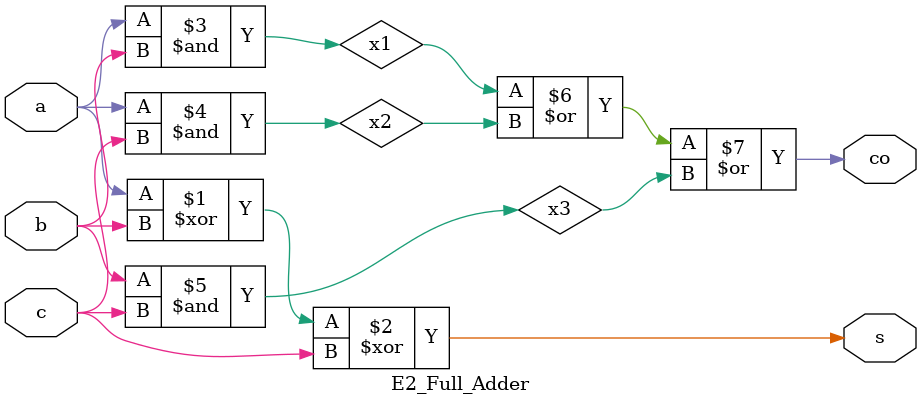
<source format=v>
module E2_Full_Adder(a,b,c,s,co);
input a,b,c;
output s,co;
wire x1,x2,x3;
xor(s,a,b,c);
and(x1,a,b);
and(x2,a,c);
and(x3,b,c);
or(co,x1,x2,x3);
endmodule
</source>
